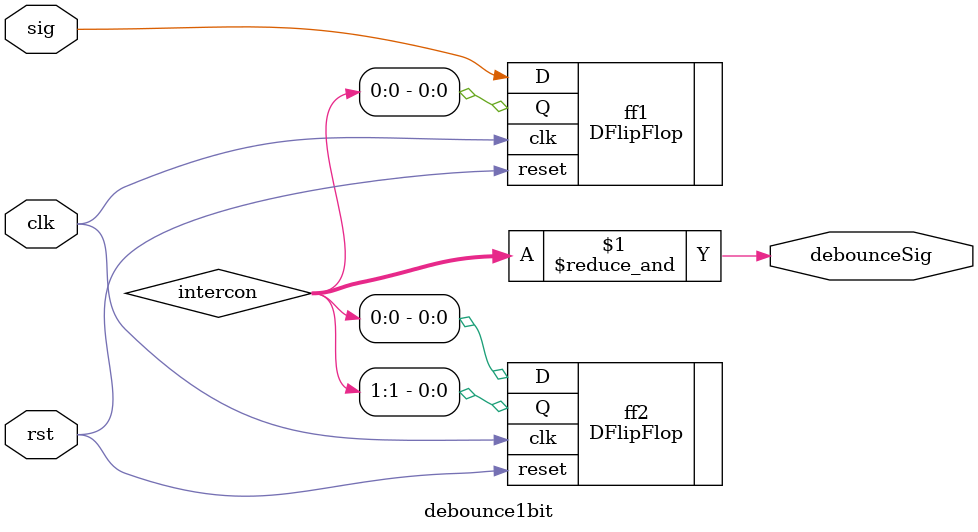
<source format=v>
`timescale 1ns / 1ps


module debounce1bit(
    input clk, sig, rst,
    output debounceSig
    );
    
    wire [1:0]intercon;
    DFlipFlop ff1(.clk(clk), .reset(rst), .D(sig), .Q(intercon[0]));
    DFlipFlop ff2(.clk(clk), .reset(rst), .D(intercon[0]), .Q(intercon[1]));
    assign debounceSig = &intercon;
endmodule

</source>
